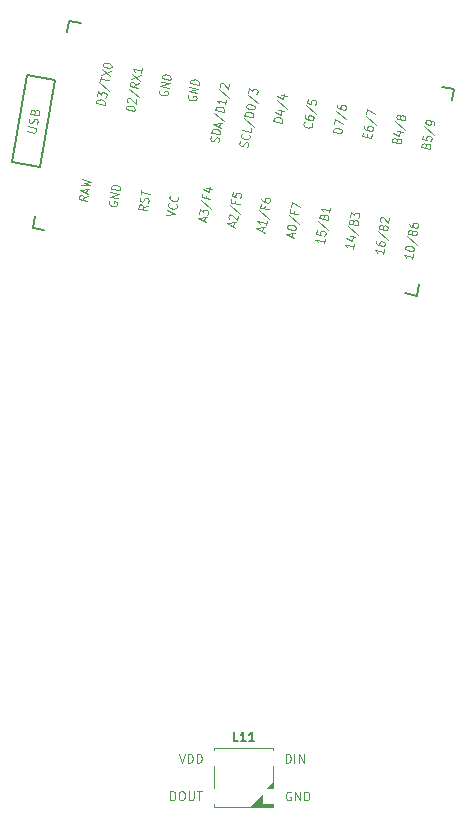
<source format=gbr>
G04 #@! TF.GenerationSoftware,KiCad,Pcbnew,(5.1.6-0-10_14)*
G04 #@! TF.CreationDate,2020-08-27T09:40:30+09:00*
G04 #@! TF.ProjectId,reviung39,72657669-756e-4673-9339-2e6b69636164,2.0*
G04 #@! TF.SameCoordinates,Original*
G04 #@! TF.FileFunction,Legend,Top*
G04 #@! TF.FilePolarity,Positive*
%FSLAX46Y46*%
G04 Gerber Fmt 4.6, Leading zero omitted, Abs format (unit mm)*
G04 Created by KiCad (PCBNEW (5.1.6-0-10_14)) date 2020-08-27 09:40:30*
%MOMM*%
%LPD*%
G01*
G04 APERTURE LIST*
%ADD10C,0.100000*%
%ADD11C,0.120000*%
%ADD12C,0.150000*%
%ADD13C,0.125000*%
G04 APERTURE END LIST*
D10*
G36*
X146730000Y-114820000D02*
G01*
X147250000Y-114300000D01*
X147250000Y-114820000D01*
X146730000Y-114820000D01*
G37*
X146730000Y-114820000D02*
X147250000Y-114300000D01*
X147250000Y-114820000D01*
X146730000Y-114820000D01*
D11*
X142250000Y-112960000D02*
X142250000Y-114860000D01*
X142250000Y-111410000D02*
X142250000Y-111610000D01*
X142250000Y-116410000D02*
X142250000Y-116210000D01*
D10*
G36*
X147250000Y-116210000D02*
G01*
X146250000Y-116210000D01*
X146250000Y-115410000D01*
X145250000Y-116410000D01*
X147250000Y-116410000D01*
X147250000Y-116210000D01*
G37*
X147250000Y-116210000D02*
X146250000Y-116210000D01*
X146250000Y-115410000D01*
X145250000Y-116410000D01*
X147250000Y-116410000D01*
X147250000Y-116210000D01*
D11*
X147250000Y-114810000D02*
X147250000Y-112960000D01*
X147250000Y-116410000D02*
X147250000Y-116220000D01*
X147250000Y-111410000D02*
X147250000Y-111610000D01*
X147250000Y-116410000D02*
X142250000Y-116410000D01*
X142250000Y-111410000D02*
X147250000Y-111410000D01*
D12*
X126420218Y-54480359D02*
X125117857Y-61866417D01*
X128783756Y-54897115D02*
X126420218Y-54480359D01*
X127490078Y-62233933D02*
X128783756Y-54897115D01*
X125117857Y-61866417D02*
X127481395Y-62283173D01*
X126882549Y-67407027D02*
X127867357Y-67580676D01*
X129973487Y-49877449D02*
X130958295Y-50051098D01*
X126882549Y-67407027D02*
X127056198Y-66422220D01*
X129973487Y-49877449D02*
X129808521Y-50813017D01*
X158396397Y-72963769D02*
X159430446Y-73146100D01*
X161536575Y-55442873D02*
X162521383Y-55616522D01*
X159430446Y-73146100D02*
X159604094Y-72161292D01*
X162521383Y-55616522D02*
X162345998Y-56611177D01*
X144267857Y-110849285D02*
X143910714Y-110849285D01*
X143910714Y-110099285D01*
X144910714Y-110849285D02*
X144482142Y-110849285D01*
X144696428Y-110849285D02*
X144696428Y-110099285D01*
X144625000Y-110206428D01*
X144553571Y-110277857D01*
X144482142Y-110313571D01*
X145625000Y-110849285D02*
X145196428Y-110849285D01*
X145410714Y-110849285D02*
X145410714Y-110099285D01*
X145339285Y-110206428D01*
X145267857Y-110277857D01*
X145196428Y-110313571D01*
D10*
X138532142Y-115849285D02*
X138532142Y-115099285D01*
X138710714Y-115099285D01*
X138817857Y-115135000D01*
X138889285Y-115206428D01*
X138925000Y-115277857D01*
X138960714Y-115420714D01*
X138960714Y-115527857D01*
X138925000Y-115670714D01*
X138889285Y-115742142D01*
X138817857Y-115813571D01*
X138710714Y-115849285D01*
X138532142Y-115849285D01*
X139425000Y-115099285D02*
X139567857Y-115099285D01*
X139639285Y-115135000D01*
X139710714Y-115206428D01*
X139746428Y-115349285D01*
X139746428Y-115599285D01*
X139710714Y-115742142D01*
X139639285Y-115813571D01*
X139567857Y-115849285D01*
X139425000Y-115849285D01*
X139353571Y-115813571D01*
X139282142Y-115742142D01*
X139246428Y-115599285D01*
X139246428Y-115349285D01*
X139282142Y-115206428D01*
X139353571Y-115135000D01*
X139425000Y-115099285D01*
X140067857Y-115099285D02*
X140067857Y-115706428D01*
X140103571Y-115777857D01*
X140139285Y-115813571D01*
X140210714Y-115849285D01*
X140353571Y-115849285D01*
X140425000Y-115813571D01*
X140460714Y-115777857D01*
X140496428Y-115706428D01*
X140496428Y-115099285D01*
X140746428Y-115099285D02*
X141175000Y-115099285D01*
X140960714Y-115849285D02*
X140960714Y-115099285D01*
X139250000Y-111949285D02*
X139500000Y-112699285D01*
X139750000Y-111949285D01*
X140000000Y-112699285D02*
X140000000Y-111949285D01*
X140178571Y-111949285D01*
X140285714Y-111985000D01*
X140357142Y-112056428D01*
X140392857Y-112127857D01*
X140428571Y-112270714D01*
X140428571Y-112377857D01*
X140392857Y-112520714D01*
X140357142Y-112592142D01*
X140285714Y-112663571D01*
X140178571Y-112699285D01*
X140000000Y-112699285D01*
X140750000Y-112699285D02*
X140750000Y-111949285D01*
X140928571Y-111949285D01*
X141035714Y-111985000D01*
X141107142Y-112056428D01*
X141142857Y-112127857D01*
X141178571Y-112270714D01*
X141178571Y-112377857D01*
X141142857Y-112520714D01*
X141107142Y-112592142D01*
X141035714Y-112663571D01*
X140928571Y-112699285D01*
X140750000Y-112699285D01*
X148282142Y-112699285D02*
X148282142Y-111949285D01*
X148460714Y-111949285D01*
X148567857Y-111985000D01*
X148639285Y-112056428D01*
X148675000Y-112127857D01*
X148710714Y-112270714D01*
X148710714Y-112377857D01*
X148675000Y-112520714D01*
X148639285Y-112592142D01*
X148567857Y-112663571D01*
X148460714Y-112699285D01*
X148282142Y-112699285D01*
X149032142Y-112699285D02*
X149032142Y-111949285D01*
X149389285Y-112699285D02*
X149389285Y-111949285D01*
X149817857Y-112699285D01*
X149817857Y-111949285D01*
X148728571Y-115175000D02*
X148657142Y-115139285D01*
X148550000Y-115139285D01*
X148442857Y-115175000D01*
X148371428Y-115246428D01*
X148335714Y-115317857D01*
X148300000Y-115460714D01*
X148300000Y-115567857D01*
X148335714Y-115710714D01*
X148371428Y-115782142D01*
X148442857Y-115853571D01*
X148550000Y-115889285D01*
X148621428Y-115889285D01*
X148728571Y-115853571D01*
X148764285Y-115817857D01*
X148764285Y-115567857D01*
X148621428Y-115567857D01*
X149085714Y-115889285D02*
X149085714Y-115139285D01*
X149514285Y-115889285D01*
X149514285Y-115139285D01*
X149871428Y-115889285D02*
X149871428Y-115139285D01*
X150050000Y-115139285D01*
X150157142Y-115175000D01*
X150228571Y-115246428D01*
X150264285Y-115317857D01*
X150300000Y-115460714D01*
X150300000Y-115567857D01*
X150264285Y-115710714D01*
X150228571Y-115782142D01*
X150157142Y-115853571D01*
X150050000Y-115889285D01*
X149871428Y-115889285D01*
D11*
X126381985Y-59242496D02*
X126979904Y-59347925D01*
X127056449Y-59325157D01*
X127097823Y-59296187D01*
X127145398Y-59232045D01*
X127170205Y-59091358D01*
X127147437Y-59014813D01*
X127118467Y-58973440D01*
X127054325Y-58925865D01*
X126456406Y-58820435D01*
X127215656Y-58627925D02*
X127269432Y-58528611D01*
X127300441Y-58352753D01*
X127277673Y-58276207D01*
X127248703Y-58234834D01*
X127184561Y-58187259D01*
X127114218Y-58174855D01*
X127037673Y-58197624D01*
X126996299Y-58226594D01*
X126948724Y-58290735D01*
X126888745Y-58425220D01*
X126841170Y-58489362D01*
X126799797Y-58518332D01*
X126723252Y-58541100D01*
X126652908Y-58528697D01*
X126588767Y-58481122D01*
X126559797Y-58439748D01*
X126537028Y-58363203D01*
X126568037Y-58187345D01*
X126621814Y-58088031D01*
X127037587Y-57581100D02*
X127091364Y-57481786D01*
X127132737Y-57452816D01*
X127209282Y-57430048D01*
X127314797Y-57448653D01*
X127378939Y-57496228D01*
X127407909Y-57537602D01*
X127430677Y-57614147D01*
X127381063Y-57895520D01*
X126642458Y-57765284D01*
X126685870Y-57519082D01*
X126733445Y-57454941D01*
X126774818Y-57425971D01*
X126851363Y-57403202D01*
X126921707Y-57415606D01*
X126985848Y-57463181D01*
X127014818Y-57504554D01*
X127037587Y-57581100D01*
X126994175Y-57827301D01*
D13*
X157686744Y-59979469D02*
X157738536Y-59891410D01*
X157779248Y-59866192D01*
X157855132Y-59847175D01*
X157960647Y-59865780D01*
X158025450Y-59909604D01*
X158055082Y-59947226D01*
X158079173Y-60016267D01*
X158034851Y-60267628D01*
X157296245Y-60137392D01*
X157335027Y-59917451D01*
X157381279Y-59860813D01*
X157421991Y-59835595D01*
X157497875Y-59816578D01*
X157568218Y-59828981D01*
X157633021Y-59872805D01*
X157662653Y-59910427D01*
X157686744Y-59979469D01*
X157647963Y-60199409D01*
X157708654Y-59238202D02*
X158201057Y-59325026D01*
X157399579Y-59345689D02*
X157899453Y-59595815D01*
X157971476Y-59187354D01*
X157571325Y-58371667D02*
X158421238Y-59104674D01*
X157978444Y-58119484D02*
X157932192Y-58176122D01*
X157891480Y-58201340D01*
X157815597Y-58220357D01*
X157780425Y-58214155D01*
X157715622Y-58170332D01*
X157685990Y-58132710D01*
X157661899Y-58063668D01*
X157684060Y-57937988D01*
X157730312Y-57881349D01*
X157771024Y-57856131D01*
X157846907Y-57837114D01*
X157882079Y-57843316D01*
X157946882Y-57887140D01*
X157976514Y-57924761D01*
X158000605Y-57993803D01*
X157978444Y-58119484D01*
X158002536Y-58188525D01*
X158032167Y-58226147D01*
X158096970Y-58269971D01*
X158237657Y-58294778D01*
X158313541Y-58275761D01*
X158354253Y-58250543D01*
X158400505Y-58193904D01*
X158422666Y-58068224D01*
X158398574Y-57999182D01*
X158368943Y-57961560D01*
X158304140Y-57917737D01*
X158163453Y-57892930D01*
X158087569Y-57911947D01*
X158046857Y-57937165D01*
X158000605Y-57993803D01*
X135470635Y-57511569D02*
X134732029Y-57381333D01*
X134759730Y-57224233D01*
X134811523Y-57136174D01*
X134892946Y-57085738D01*
X134968830Y-57066721D01*
X135115057Y-57060108D01*
X135220572Y-57078713D01*
X135355719Y-57134940D01*
X135420522Y-57178763D01*
X135479785Y-57254007D01*
X135498336Y-57354469D01*
X135470635Y-57511569D01*
X134913177Y-56765335D02*
X134883545Y-56727713D01*
X134859454Y-56658672D01*
X134887155Y-56501571D01*
X134933407Y-56444933D01*
X134974119Y-56419715D01*
X135050003Y-56400698D01*
X135120346Y-56413101D01*
X135220321Y-56463127D01*
X135575899Y-56914588D01*
X135647922Y-56506127D01*
X135007109Y-55615608D02*
X135857021Y-56348616D01*
X135886150Y-55155065D02*
X135495652Y-55312988D01*
X135819668Y-55532106D02*
X135081062Y-55401869D01*
X135125384Y-55150509D01*
X135171636Y-55093871D01*
X135212348Y-55068652D01*
X135288231Y-55049636D01*
X135393746Y-55068241D01*
X135458550Y-55112064D01*
X135488181Y-55149686D01*
X135512272Y-55218728D01*
X135467951Y-55470088D01*
X135186326Y-54804888D02*
X136002495Y-54495244D01*
X135263889Y-54365007D02*
X135924932Y-54935124D01*
X136107759Y-53898263D02*
X136041276Y-54275303D01*
X136074517Y-54086783D02*
X135335911Y-53956547D01*
X135430346Y-54037992D01*
X135489609Y-54113236D01*
X135513700Y-54182277D01*
X160148764Y-60413589D02*
X160200556Y-60325530D01*
X160241268Y-60300312D01*
X160317152Y-60281295D01*
X160422667Y-60299900D01*
X160487470Y-60343724D01*
X160517102Y-60381346D01*
X160541193Y-60450387D01*
X160496871Y-60701748D01*
X159758265Y-60571512D01*
X159797047Y-60351571D01*
X159843299Y-60294933D01*
X159884011Y-60269715D01*
X159959895Y-60250698D01*
X160030238Y-60263101D01*
X160095041Y-60306925D01*
X160124673Y-60344547D01*
X160148764Y-60413589D01*
X160109983Y-60633529D01*
X159930012Y-59597490D02*
X159874610Y-59911691D01*
X160220787Y-60005128D01*
X160191155Y-59967506D01*
X160167064Y-59898464D01*
X160194765Y-59741364D01*
X160241017Y-59684726D01*
X160281729Y-59659507D01*
X160357612Y-59640491D01*
X160533471Y-59671499D01*
X160598274Y-59715323D01*
X160627906Y-59752944D01*
X160651997Y-59821986D01*
X160624296Y-59979087D01*
X160578044Y-60035725D01*
X160537332Y-60060943D01*
X160033345Y-58805787D02*
X160883258Y-59538794D01*
X160851444Y-58690864D02*
X160873605Y-58565184D01*
X160849514Y-58496142D01*
X160819882Y-58458520D01*
X160725448Y-58377075D01*
X160590301Y-58320848D01*
X160308927Y-58271234D01*
X160233044Y-58290251D01*
X160192332Y-58315469D01*
X160146080Y-58372108D01*
X160123919Y-58497788D01*
X160148010Y-58566830D01*
X160177642Y-58604452D01*
X160242445Y-58648275D01*
X160418303Y-58679284D01*
X160494187Y-58660267D01*
X160534899Y-58635049D01*
X160581151Y-58578410D01*
X160603312Y-58452730D01*
X160579221Y-58383688D01*
X160549589Y-58346067D01*
X160484786Y-58302243D01*
X150497211Y-58549775D02*
X150526843Y-58587397D01*
X150545394Y-58687858D01*
X150534313Y-58750699D01*
X150482521Y-58838757D01*
X150401097Y-58889194D01*
X150325214Y-58908210D01*
X150178987Y-58914823D01*
X150073472Y-58896218D01*
X149938325Y-58839991D01*
X149873522Y-58796168D01*
X149814259Y-58720924D01*
X149795708Y-58620462D01*
X149806788Y-58557622D01*
X149858580Y-58469564D01*
X149899292Y-58444346D01*
X149928673Y-57866381D02*
X149906512Y-57992061D01*
X149930603Y-58061103D01*
X149960235Y-58098725D01*
X150054669Y-58180170D01*
X150189816Y-58236397D01*
X150471190Y-58286011D01*
X150547073Y-58266994D01*
X150587785Y-58241776D01*
X150634037Y-58185138D01*
X150656198Y-58059457D01*
X150632107Y-57990415D01*
X150602475Y-57952794D01*
X150537672Y-57908970D01*
X150361813Y-57877962D01*
X150285930Y-57896978D01*
X150245218Y-57922197D01*
X150198966Y-57978835D01*
X150176805Y-58104515D01*
X150200896Y-58173557D01*
X150230528Y-58211179D01*
X150295331Y-58255002D01*
X150037546Y-57043258D02*
X150887459Y-57776265D01*
X150166901Y-56515319D02*
X150111499Y-56829519D01*
X150457676Y-56922956D01*
X150428045Y-56885335D01*
X150403953Y-56816293D01*
X150431654Y-56659193D01*
X150477906Y-56602554D01*
X150518618Y-56577336D01*
X150594502Y-56558319D01*
X150770361Y-56589328D01*
X150835164Y-56633151D01*
X150864795Y-56670773D01*
X150888887Y-56739815D01*
X150861186Y-56896915D01*
X150814933Y-56953554D01*
X150774221Y-56978772D01*
X145048413Y-60575327D02*
X145100206Y-60487268D01*
X145127907Y-60330168D01*
X145103815Y-60261126D01*
X145074184Y-60223504D01*
X145009381Y-60179681D01*
X144939037Y-60167277D01*
X144863154Y-60186294D01*
X144822442Y-60211512D01*
X144776189Y-60268151D01*
X144718857Y-60387629D01*
X144672605Y-60444267D01*
X144631893Y-60469486D01*
X144556009Y-60488502D01*
X144485666Y-60476099D01*
X144420863Y-60432276D01*
X144391231Y-60394654D01*
X144367140Y-60325612D01*
X144394841Y-60168512D01*
X144446633Y-60080453D01*
X145196068Y-59532263D02*
X145225700Y-59569885D01*
X145244251Y-59670347D01*
X145233170Y-59733187D01*
X145181378Y-59821245D01*
X145099954Y-59871682D01*
X145024071Y-59890698D01*
X144877844Y-59897312D01*
X144772329Y-59878706D01*
X144637182Y-59822480D01*
X144572379Y-59778656D01*
X144513116Y-59703412D01*
X144494565Y-59602951D01*
X144505645Y-59540110D01*
X144557437Y-59452052D01*
X144598149Y-59426834D01*
X145371676Y-58947685D02*
X145316273Y-59261886D01*
X144577668Y-59131650D01*
X144719782Y-58120006D02*
X145569695Y-58853014D01*
X145532341Y-58036504D02*
X144793736Y-57906268D01*
X144821437Y-57749167D01*
X144873229Y-57661109D01*
X144954653Y-57610672D01*
X145030536Y-57591655D01*
X145176763Y-57585042D01*
X145282279Y-57603647D01*
X145417425Y-57659874D01*
X145482228Y-57703698D01*
X145541491Y-57778941D01*
X145560042Y-57879403D01*
X145532341Y-58036504D01*
X144932241Y-57120766D02*
X144943321Y-57057926D01*
X144989573Y-57001288D01*
X145030285Y-56976069D01*
X145106169Y-56957053D01*
X145252396Y-56950439D01*
X145428254Y-56981448D01*
X145563401Y-57037675D01*
X145628204Y-57081498D01*
X145657836Y-57119120D01*
X145681927Y-57188162D01*
X145670847Y-57251002D01*
X145624594Y-57307641D01*
X145583882Y-57332859D01*
X145507999Y-57351876D01*
X145361772Y-57358489D01*
X145185913Y-57327480D01*
X145050767Y-57271253D01*
X144985963Y-57227430D01*
X144956332Y-57189808D01*
X144932241Y-57120766D01*
X145068815Y-56140543D02*
X145918728Y-56873550D01*
X145131688Y-55989644D02*
X145203711Y-55581183D01*
X145446303Y-55850737D01*
X145462924Y-55756477D01*
X145509176Y-55699839D01*
X145549888Y-55674621D01*
X145625771Y-55655604D01*
X145801630Y-55686613D01*
X145866433Y-55730436D01*
X145896064Y-55768058D01*
X145920156Y-55837100D01*
X145886914Y-56025620D01*
X145840662Y-56082258D01*
X145799950Y-56107477D01*
X142583623Y-60156916D02*
X142635415Y-60068857D01*
X142663116Y-59911757D01*
X142639025Y-59842715D01*
X142609394Y-59805093D01*
X142544590Y-59761270D01*
X142474247Y-59748866D01*
X142398363Y-59767883D01*
X142357651Y-59793101D01*
X142311399Y-59849740D01*
X142254067Y-59969218D01*
X142207815Y-60025857D01*
X142167103Y-60051075D01*
X142091219Y-60070091D01*
X142020876Y-60057688D01*
X141956073Y-60013865D01*
X141926441Y-59976243D01*
X141902350Y-59907201D01*
X141930051Y-59750101D01*
X141981843Y-59662042D01*
X142735139Y-59503296D02*
X141996533Y-59373060D01*
X142024234Y-59215960D01*
X142076027Y-59127901D01*
X142157450Y-59077465D01*
X142233334Y-59058448D01*
X142379561Y-59051835D01*
X142485076Y-59070440D01*
X142620223Y-59126667D01*
X142685026Y-59170490D01*
X142744289Y-59245734D01*
X142762840Y-59346196D01*
X142735139Y-59503296D01*
X142634913Y-58837685D02*
X142690315Y-58523484D01*
X142834863Y-58937735D02*
X142135038Y-58587559D01*
X142912426Y-58497854D01*
X142260533Y-57670175D02*
X143110445Y-58403183D01*
X143073092Y-57586673D02*
X142334486Y-57456436D01*
X142362187Y-57299336D01*
X142413979Y-57211278D01*
X142495403Y-57160841D01*
X142571286Y-57141824D01*
X142717513Y-57135211D01*
X142823029Y-57153816D01*
X142958175Y-57210043D01*
X143022978Y-57253867D01*
X143082241Y-57329110D01*
X143100793Y-57429572D01*
X143073092Y-57586673D01*
X143250378Y-56581231D02*
X143183896Y-56958271D01*
X143217137Y-56769751D02*
X142478531Y-56639515D01*
X142572966Y-56720960D01*
X142632229Y-56796204D01*
X142656320Y-56865246D01*
X142609565Y-55690712D02*
X143459478Y-56423719D01*
X142748322Y-55520796D02*
X142718690Y-55483175D01*
X142694599Y-55414133D01*
X142722300Y-55257033D01*
X142768552Y-55200394D01*
X142809264Y-55175176D01*
X142885148Y-55156159D01*
X142955491Y-55168563D01*
X143055466Y-55218588D01*
X143411044Y-55670049D01*
X143483067Y-55261588D01*
X147989812Y-58496416D02*
X147251206Y-58366180D01*
X147278907Y-58209080D01*
X147330700Y-58121021D01*
X147412124Y-58070584D01*
X147488007Y-58051568D01*
X147634234Y-58044955D01*
X147739749Y-58063560D01*
X147874896Y-58119787D01*
X147939699Y-58163610D01*
X147998962Y-58238854D01*
X148017513Y-58339316D01*
X147989812Y-58496416D01*
X147663615Y-57466990D02*
X148156018Y-57553814D01*
X147354540Y-57574477D02*
X147854414Y-57824603D01*
X147926437Y-57416142D01*
X147526286Y-56600455D02*
X148376199Y-57333462D01*
X147896303Y-56147348D02*
X148388707Y-56234172D01*
X147587228Y-56254834D02*
X148087103Y-56504960D01*
X148159126Y-56096500D01*
X132973226Y-56990217D02*
X132234620Y-56859981D01*
X132262321Y-56702881D01*
X132314113Y-56614822D01*
X132395537Y-56564385D01*
X132471421Y-56545369D01*
X132617648Y-56538756D01*
X132723163Y-56557361D01*
X132858309Y-56613588D01*
X132923113Y-56657411D01*
X132982376Y-56732655D01*
X133000927Y-56833117D01*
X132973226Y-56990217D01*
X132339884Y-56263000D02*
X132411906Y-55854539D01*
X132654499Y-56124093D01*
X132671119Y-56029833D01*
X132717371Y-55973195D01*
X132758083Y-55947976D01*
X132833967Y-55928960D01*
X133009825Y-55959968D01*
X133074629Y-56003792D01*
X133104260Y-56041414D01*
X133128351Y-56110455D01*
X133095110Y-56298976D01*
X133048858Y-56355614D01*
X133008146Y-56380832D01*
X132509699Y-55094256D02*
X133359612Y-55827263D01*
X132567032Y-54974777D02*
X132633514Y-54597737D01*
X133338879Y-54916493D02*
X132600273Y-54786257D01*
X132661215Y-54440636D02*
X133477384Y-54130992D01*
X132738778Y-54000756D02*
X133399821Y-54570873D01*
X132805261Y-53623715D02*
X132816341Y-53560875D01*
X132862593Y-53504236D01*
X132903305Y-53479018D01*
X132979189Y-53460001D01*
X133125416Y-53453388D01*
X133301274Y-53484397D01*
X133436421Y-53540624D01*
X133501224Y-53584447D01*
X133530856Y-53622069D01*
X133554947Y-53691111D01*
X133543867Y-53753951D01*
X133497614Y-53810589D01*
X133456903Y-53835808D01*
X133381019Y-53854824D01*
X133234792Y-53861438D01*
X133058933Y-53830429D01*
X132923787Y-53774202D01*
X132858984Y-53730379D01*
X132829352Y-53692757D01*
X132805261Y-53623715D01*
X140057306Y-56179707D02*
X140011054Y-56236346D01*
X139994434Y-56330606D01*
X140012985Y-56431068D01*
X140072248Y-56506311D01*
X140137051Y-56550135D01*
X140272198Y-56606362D01*
X140377713Y-56624967D01*
X140523940Y-56618354D01*
X140599823Y-56599337D01*
X140681247Y-56548900D01*
X140733039Y-56460842D01*
X140744120Y-56398002D01*
X140725569Y-56297540D01*
X140695937Y-56259918D01*
X140449735Y-56216506D01*
X140427574Y-56342186D01*
X140816142Y-55989541D02*
X140077537Y-55859305D01*
X140882625Y-55612501D01*
X140144019Y-55482264D01*
X140938027Y-55298300D02*
X140199421Y-55168064D01*
X140227122Y-55010964D01*
X140278914Y-54922905D01*
X140360338Y-54872468D01*
X140436222Y-54853452D01*
X140582449Y-54846839D01*
X140687964Y-54865444D01*
X140823111Y-54921671D01*
X140887914Y-54965494D01*
X140947177Y-55040738D01*
X140965728Y-55141200D01*
X140938027Y-55298300D01*
X137644527Y-55754269D02*
X137598275Y-55810908D01*
X137581655Y-55905168D01*
X137600206Y-56005630D01*
X137659469Y-56080873D01*
X137724272Y-56124697D01*
X137859419Y-56180924D01*
X137964934Y-56199529D01*
X138111161Y-56192916D01*
X138187044Y-56173899D01*
X138268468Y-56123462D01*
X138320260Y-56035404D01*
X138331341Y-55972564D01*
X138312790Y-55872102D01*
X138283158Y-55834480D01*
X138036956Y-55791068D01*
X138014795Y-55916748D01*
X138403363Y-55564103D02*
X137664758Y-55433867D01*
X138469846Y-55187063D01*
X137731240Y-55056826D01*
X138525248Y-54872862D02*
X137786642Y-54742626D01*
X137814343Y-54585526D01*
X137866135Y-54497467D01*
X137947559Y-54447030D01*
X138023443Y-54428014D01*
X138169670Y-54421401D01*
X138275185Y-54440006D01*
X138410332Y-54496233D01*
X138475135Y-54540056D01*
X138534398Y-54615300D01*
X138552949Y-54715762D01*
X138525248Y-54872862D01*
X153012332Y-59382022D02*
X152273726Y-59251786D01*
X152301427Y-59094686D01*
X152353220Y-59006627D01*
X152434644Y-58956190D01*
X152510527Y-58937174D01*
X152656754Y-58930561D01*
X152762269Y-58949166D01*
X152897416Y-59005393D01*
X152962219Y-59049216D01*
X153021482Y-59124460D01*
X153040033Y-59224922D01*
X153012332Y-59382022D01*
X152378990Y-58654805D02*
X152456553Y-58214924D01*
X153145297Y-58627941D01*
X152548806Y-57486061D02*
X153398719Y-58219068D01*
X152672621Y-56989542D02*
X152650460Y-57115222D01*
X152674552Y-57184264D01*
X152704183Y-57221886D01*
X152798618Y-57303331D01*
X152933764Y-57359558D01*
X153215138Y-57409172D01*
X153291022Y-57390155D01*
X153331734Y-57364937D01*
X153377986Y-57308298D01*
X153400147Y-57182618D01*
X153376055Y-57113576D01*
X153346424Y-57075954D01*
X153281621Y-57032131D01*
X153105762Y-57001122D01*
X153029878Y-57020139D01*
X152989166Y-57045357D01*
X152942914Y-57101996D01*
X152920754Y-57227676D01*
X152944845Y-57296718D01*
X152974476Y-57334339D01*
X153039280Y-57378163D01*
X155142244Y-59725186D02*
X155181025Y-59505246D01*
X155584535Y-59479204D02*
X155529132Y-59793405D01*
X154790527Y-59663169D01*
X154845929Y-59348968D01*
X154945652Y-58783407D02*
X154923492Y-58909087D01*
X154947583Y-58978129D01*
X154977214Y-59015751D01*
X155071649Y-59097196D01*
X155206796Y-59153423D01*
X155488169Y-59203037D01*
X155564053Y-59184020D01*
X155604765Y-59158802D01*
X155651017Y-59102164D01*
X155673178Y-58976483D01*
X155649086Y-58907442D01*
X155619455Y-58869820D01*
X155554652Y-58825996D01*
X155378793Y-58794988D01*
X155302910Y-58814004D01*
X155262198Y-58839223D01*
X155215946Y-58895861D01*
X155193785Y-59021541D01*
X155217876Y-59090583D01*
X155247508Y-59128205D01*
X155312311Y-59172028D01*
X155054526Y-57960284D02*
X155904438Y-58693291D01*
X155117399Y-57809385D02*
X155194962Y-57369505D01*
X155883706Y-57782521D01*
X156607914Y-69224006D02*
X156541432Y-69601047D01*
X156574673Y-69412526D02*
X155836067Y-69282290D01*
X155930502Y-69363735D01*
X155989765Y-69438979D01*
X156013856Y-69508021D01*
X155969032Y-68528209D02*
X155946872Y-68653889D01*
X155970963Y-68722931D01*
X156000594Y-68760553D01*
X156095029Y-68841998D01*
X156230176Y-68898225D01*
X156511549Y-68947839D01*
X156587433Y-68928822D01*
X156628145Y-68903604D01*
X156674397Y-68846965D01*
X156696558Y-68721285D01*
X156672466Y-68652243D01*
X156642835Y-68614621D01*
X156578032Y-68570798D01*
X156402173Y-68539789D01*
X156326290Y-68558806D01*
X156285578Y-68584024D01*
X156239326Y-68640663D01*
X156217165Y-68766343D01*
X156241256Y-68835385D01*
X156270888Y-68873006D01*
X156335691Y-68916830D01*
X156077906Y-67705086D02*
X156927818Y-68438093D01*
X156542358Y-67333424D02*
X156594150Y-67245365D01*
X156634862Y-67220147D01*
X156710745Y-67201130D01*
X156816260Y-67219735D01*
X156881064Y-67263559D01*
X156910695Y-67301181D01*
X156934786Y-67370223D01*
X156890465Y-67621583D01*
X156151859Y-67491347D01*
X156190640Y-67271406D01*
X156236893Y-67214768D01*
X156277604Y-67189550D01*
X156353488Y-67170533D01*
X156423832Y-67182937D01*
X156488635Y-67226760D01*
X156518266Y-67264382D01*
X156542358Y-67333424D01*
X156503576Y-67553364D01*
X156333007Y-66875349D02*
X156303375Y-66837727D01*
X156279284Y-66768686D01*
X156306985Y-66611585D01*
X156353237Y-66554947D01*
X156393949Y-66529729D01*
X156469832Y-66510712D01*
X156540176Y-66523115D01*
X156640151Y-66573141D01*
X156995729Y-67024602D01*
X157067751Y-66616141D01*
X159069934Y-69658126D02*
X159003452Y-70035167D01*
X159036693Y-69846646D02*
X158298087Y-69716410D01*
X158392522Y-69797855D01*
X158451785Y-69873099D01*
X158475876Y-69942141D01*
X158403351Y-69119429D02*
X158414432Y-69056589D01*
X158460684Y-68999950D01*
X158501396Y-68974732D01*
X158577279Y-68955716D01*
X158723506Y-68949102D01*
X158899365Y-68980111D01*
X159034512Y-69036338D01*
X159099315Y-69080161D01*
X159128946Y-69117783D01*
X159153038Y-69186825D01*
X159141957Y-69249665D01*
X159095705Y-69306304D01*
X159054993Y-69331522D01*
X158979109Y-69350538D01*
X158832882Y-69357152D01*
X158657024Y-69326143D01*
X158521877Y-69269916D01*
X158457074Y-69226093D01*
X158427443Y-69188471D01*
X158403351Y-69119429D01*
X158539926Y-68139206D02*
X159389838Y-68872213D01*
X159004378Y-67767544D02*
X159056170Y-67679485D01*
X159096882Y-67654267D01*
X159172765Y-67635250D01*
X159278280Y-67653855D01*
X159343084Y-67697679D01*
X159372715Y-67735301D01*
X159396806Y-67804343D01*
X159352485Y-68055703D01*
X158613879Y-67925467D01*
X158652660Y-67705526D01*
X158698913Y-67648888D01*
X158739624Y-67623670D01*
X158815508Y-67604653D01*
X158885852Y-67617057D01*
X158950655Y-67660880D01*
X158980286Y-67698502D01*
X159004378Y-67767544D01*
X158965596Y-67987484D01*
X158780085Y-66982865D02*
X158757924Y-67108545D01*
X158782016Y-67177587D01*
X158811647Y-67215209D01*
X158906082Y-67296654D01*
X159041228Y-67352881D01*
X159322602Y-67402495D01*
X159398486Y-67383478D01*
X159439198Y-67358260D01*
X159485450Y-67301622D01*
X159507611Y-67175941D01*
X159483519Y-67106900D01*
X159453888Y-67069278D01*
X159389085Y-67025454D01*
X159213226Y-66994446D01*
X159137342Y-67013462D01*
X159096631Y-67038681D01*
X159050378Y-67095319D01*
X159028218Y-67220999D01*
X159052309Y-67290041D01*
X159081940Y-67327663D01*
X159146744Y-67371486D01*
X154096654Y-68781203D02*
X154030172Y-69158244D01*
X154063413Y-68969723D02*
X153324807Y-68839487D01*
X153419242Y-68920932D01*
X153478505Y-68996176D01*
X153502596Y-69065218D01*
X153703974Y-68128818D02*
X154196378Y-68215642D01*
X153394900Y-68236304D02*
X153894774Y-68486430D01*
X153966797Y-68077970D01*
X153566646Y-67262283D02*
X154416558Y-67995290D01*
X154031098Y-66890621D02*
X154082890Y-66802562D01*
X154123602Y-66777344D01*
X154199485Y-66758327D01*
X154305000Y-66776932D01*
X154369804Y-66820756D01*
X154399435Y-66858378D01*
X154423526Y-66927420D01*
X154379205Y-67178780D01*
X153640599Y-67048544D01*
X153679380Y-66828603D01*
X153725633Y-66771965D01*
X153766344Y-66746747D01*
X153842228Y-66727730D01*
X153912572Y-66740134D01*
X153977375Y-66783957D01*
X154007006Y-66821579D01*
X154031098Y-66890621D01*
X153992316Y-67110561D01*
X153745863Y-66451563D02*
X153817886Y-66043102D01*
X154060478Y-66312656D01*
X154077098Y-66218396D01*
X154123351Y-66161758D01*
X154164062Y-66136539D01*
X154239946Y-66117523D01*
X154415805Y-66148531D01*
X154480608Y-66192355D01*
X154510239Y-66229977D01*
X154534331Y-66299018D01*
X154501089Y-66487539D01*
X154454837Y-66544177D01*
X154414125Y-66569395D01*
X151585395Y-68338400D02*
X151518913Y-68715441D01*
X151552154Y-68526920D02*
X150813548Y-68396684D01*
X150907983Y-68478129D01*
X150967246Y-68553373D01*
X150991337Y-68622415D01*
X150952054Y-67611183D02*
X150896651Y-67925383D01*
X151242828Y-68018820D01*
X151213197Y-67981199D01*
X151189106Y-67912157D01*
X151216807Y-67755057D01*
X151263059Y-67698418D01*
X151303771Y-67673200D01*
X151379654Y-67654183D01*
X151555513Y-67685192D01*
X151620316Y-67729015D01*
X151649947Y-67766637D01*
X151674039Y-67835679D01*
X151646338Y-67992779D01*
X151600086Y-68049418D01*
X151559374Y-68074636D01*
X151055387Y-66819480D02*
X151905299Y-67552487D01*
X151519839Y-66447818D02*
X151571631Y-66359759D01*
X151612343Y-66334541D01*
X151688226Y-66315524D01*
X151793741Y-66334129D01*
X151858545Y-66377953D01*
X151888176Y-66415575D01*
X151912267Y-66484617D01*
X151867946Y-66735977D01*
X151129340Y-66605741D01*
X151168121Y-66385800D01*
X151214374Y-66329162D01*
X151255085Y-66303944D01*
X151330969Y-66284927D01*
X151401313Y-66297331D01*
X151466116Y-66341154D01*
X151495747Y-66378776D01*
X151519839Y-66447818D01*
X151481057Y-66667758D01*
X152045232Y-65730535D02*
X151978750Y-66107576D01*
X152011991Y-65919055D02*
X151273385Y-65788819D01*
X151367820Y-65870265D01*
X151427083Y-65945508D01*
X151451174Y-66014550D01*
X148810473Y-68156877D02*
X148865875Y-67842677D01*
X149010423Y-68256928D02*
X148310599Y-67906751D01*
X149087986Y-67817047D01*
X148410322Y-67341190D02*
X148421403Y-67278350D01*
X148467655Y-67221711D01*
X148508367Y-67196493D01*
X148584250Y-67177477D01*
X148730477Y-67170863D01*
X148906336Y-67201872D01*
X149041483Y-67258099D01*
X149106286Y-67301922D01*
X149135917Y-67339544D01*
X149160009Y-67408586D01*
X149148928Y-67471426D01*
X149102676Y-67528064D01*
X149061964Y-67553283D01*
X148986081Y-67572299D01*
X148839854Y-67578913D01*
X148663995Y-67547904D01*
X148528848Y-67491677D01*
X148464045Y-67447854D01*
X148434414Y-67410232D01*
X148410322Y-67341190D01*
X148546897Y-66360966D02*
X149396809Y-67093974D01*
X149011349Y-65989305D02*
X148972567Y-66209245D01*
X149359456Y-66277464D02*
X148620850Y-66147228D01*
X148676252Y-65833027D01*
X148709493Y-65644507D02*
X148787056Y-65204626D01*
X149475800Y-65617643D01*
X146299213Y-67714074D02*
X146354615Y-67399874D01*
X146499163Y-67814125D02*
X145799339Y-67463948D01*
X146576726Y-67374244D01*
X146676450Y-66808683D02*
X146609967Y-67185723D01*
X146643208Y-66997203D02*
X145904603Y-66866967D01*
X145999037Y-66948412D01*
X146058300Y-67023656D01*
X146082392Y-67092698D01*
X146035637Y-65918163D02*
X146885549Y-66651171D01*
X146500089Y-65546502D02*
X146461307Y-65766442D01*
X146848196Y-65834661D02*
X146109590Y-65704425D01*
X146164992Y-65390224D01*
X146259176Y-64856083D02*
X146237015Y-64981763D01*
X146261106Y-65050805D01*
X146290738Y-65088427D01*
X146385172Y-65169872D01*
X146520319Y-65226099D01*
X146801693Y-65275713D01*
X146877576Y-65256696D01*
X146918288Y-65231478D01*
X146964540Y-65174840D01*
X146986701Y-65049160D01*
X146962610Y-64980118D01*
X146932978Y-64942496D01*
X146868175Y-64898672D01*
X146692317Y-64867664D01*
X146616433Y-64886680D01*
X146575721Y-64911899D01*
X146529469Y-64968537D01*
X146507308Y-65094217D01*
X146531399Y-65163259D01*
X146561031Y-65200881D01*
X146625834Y-65244704D01*
X143837194Y-67279954D02*
X143892596Y-66965754D01*
X144037144Y-67380005D02*
X143337320Y-67029828D01*
X144114707Y-66940124D01*
X143479686Y-66633771D02*
X143450054Y-66596149D01*
X143425963Y-66527107D01*
X143453664Y-66370007D01*
X143499916Y-66313368D01*
X143540628Y-66288150D01*
X143616512Y-66269133D01*
X143686855Y-66281537D01*
X143786830Y-66331562D01*
X144142408Y-66783023D01*
X144214431Y-66374563D01*
X143573618Y-65484043D02*
X144423530Y-66217051D01*
X144038070Y-65112382D02*
X143999288Y-65332322D01*
X144386177Y-65400541D02*
X143647571Y-65270305D01*
X143702973Y-64956104D01*
X143802697Y-64390543D02*
X143747295Y-64704744D01*
X144093472Y-64798181D01*
X144063840Y-64760559D01*
X144039749Y-64691517D01*
X144067450Y-64534417D01*
X144113702Y-64477779D01*
X144154414Y-64452560D01*
X144230298Y-64433544D01*
X144406156Y-64464552D01*
X144470959Y-64508376D01*
X144500591Y-64545998D01*
X144524682Y-64615040D01*
X144496981Y-64772140D01*
X144450729Y-64828778D01*
X144410017Y-64853997D01*
X141375174Y-66845833D02*
X141430576Y-66531633D01*
X141575124Y-66945884D02*
X140875300Y-66595707D01*
X141652687Y-66506003D01*
X140941782Y-66218666D02*
X141013805Y-65810206D01*
X141256397Y-66079760D01*
X141273018Y-65985500D01*
X141319270Y-65928861D01*
X141359982Y-65903643D01*
X141435865Y-65884626D01*
X141611724Y-65915635D01*
X141676527Y-65959458D01*
X141706159Y-65997080D01*
X141730250Y-66066122D01*
X141697009Y-66254642D01*
X141650756Y-66311281D01*
X141610045Y-66336499D01*
X141111598Y-65049922D02*
X141961510Y-65782930D01*
X141576050Y-64678261D02*
X141537268Y-64898201D01*
X141924157Y-64966420D02*
X141185551Y-64836184D01*
X141240953Y-64521983D01*
X141581339Y-64031254D02*
X142073742Y-64118078D01*
X141272264Y-64138741D02*
X141772138Y-64388867D01*
X141844161Y-63980406D01*
X138178612Y-66340701D02*
X138955999Y-66250997D01*
X138256175Y-65900821D01*
X139029701Y-65421672D02*
X139059333Y-65459294D01*
X139077884Y-65559756D01*
X139066803Y-65622596D01*
X139015011Y-65710654D01*
X138933587Y-65761091D01*
X138857704Y-65780108D01*
X138711477Y-65786721D01*
X138605962Y-65768116D01*
X138470815Y-65711889D01*
X138406012Y-65668065D01*
X138346749Y-65592822D01*
X138328198Y-65492360D01*
X138339278Y-65429520D01*
X138391070Y-65341461D01*
X138431782Y-65316243D01*
X139146046Y-64761851D02*
X139175677Y-64799473D01*
X139194228Y-64899935D01*
X139183148Y-64962775D01*
X139131355Y-65050833D01*
X139049932Y-65101270D01*
X138974048Y-65120286D01*
X138827821Y-65126900D01*
X138722306Y-65108294D01*
X138587159Y-65052068D01*
X138522356Y-65008244D01*
X138463093Y-64933000D01*
X138444542Y-64832539D01*
X138455622Y-64769698D01*
X138507415Y-64681640D01*
X138548127Y-64656422D01*
X136595852Y-65527069D02*
X136205354Y-65684992D01*
X136529370Y-65904109D02*
X135790764Y-65773873D01*
X135835086Y-65522513D01*
X135881338Y-65465874D01*
X135922050Y-65440656D01*
X135997933Y-65421639D01*
X136103448Y-65440244D01*
X136168252Y-65484068D01*
X136197883Y-65521690D01*
X136221974Y-65590732D01*
X136177653Y-65842092D01*
X136605002Y-65269506D02*
X136656795Y-65181448D01*
X136684496Y-65024348D01*
X136660404Y-64955306D01*
X136630773Y-64917684D01*
X136565970Y-64873860D01*
X136495626Y-64861457D01*
X136419743Y-64880474D01*
X136379031Y-64905692D01*
X136332779Y-64962330D01*
X136275446Y-65081809D01*
X136229194Y-65138447D01*
X136188482Y-65163666D01*
X136112598Y-65182682D01*
X136042255Y-65170279D01*
X135977452Y-65126455D01*
X135947820Y-65088834D01*
X135923729Y-65019792D01*
X135951430Y-64862691D01*
X136003222Y-64774633D01*
X136001292Y-64579911D02*
X136067774Y-64202870D01*
X136773139Y-64521627D02*
X136034533Y-64391391D01*
X133356228Y-65101621D02*
X133309976Y-65158260D01*
X133293356Y-65252520D01*
X133311907Y-65352982D01*
X133371170Y-65428225D01*
X133435973Y-65472049D01*
X133571120Y-65528276D01*
X133676635Y-65546881D01*
X133822862Y-65540268D01*
X133898745Y-65521251D01*
X133980169Y-65470814D01*
X134031961Y-65382756D01*
X134043042Y-65319916D01*
X134024491Y-65219454D01*
X133994859Y-65181832D01*
X133748657Y-65138420D01*
X133726496Y-65264100D01*
X134115064Y-64911455D02*
X133376459Y-64781219D01*
X134181547Y-64534415D01*
X133442941Y-64404178D01*
X134236949Y-64220214D02*
X133498343Y-64089978D01*
X133526044Y-63932878D01*
X133577836Y-63844819D01*
X133659260Y-63794382D01*
X133735144Y-63775366D01*
X133881371Y-63768753D01*
X133986886Y-63787358D01*
X134122033Y-63843585D01*
X134186836Y-63887408D01*
X134246099Y-63962652D01*
X134264650Y-64063114D01*
X134236949Y-64220214D01*
X131556713Y-64735723D02*
X131166214Y-64893646D01*
X131490230Y-65112763D02*
X130751624Y-64982527D01*
X130795946Y-64731167D01*
X130842198Y-64674528D01*
X130882910Y-64649310D01*
X130958794Y-64630293D01*
X131064309Y-64648899D01*
X131129112Y-64692722D01*
X131158744Y-64730344D01*
X131182835Y-64799386D01*
X131138513Y-65050746D01*
X131390004Y-64447152D02*
X131445406Y-64132951D01*
X131589954Y-64547202D02*
X130890130Y-64197026D01*
X131667517Y-64107322D01*
X130956612Y-63819985D02*
X131722919Y-63793121D01*
X131217504Y-63574415D01*
X131767240Y-63541761D01*
X131056336Y-63254424D01*
D12*
M02*

</source>
